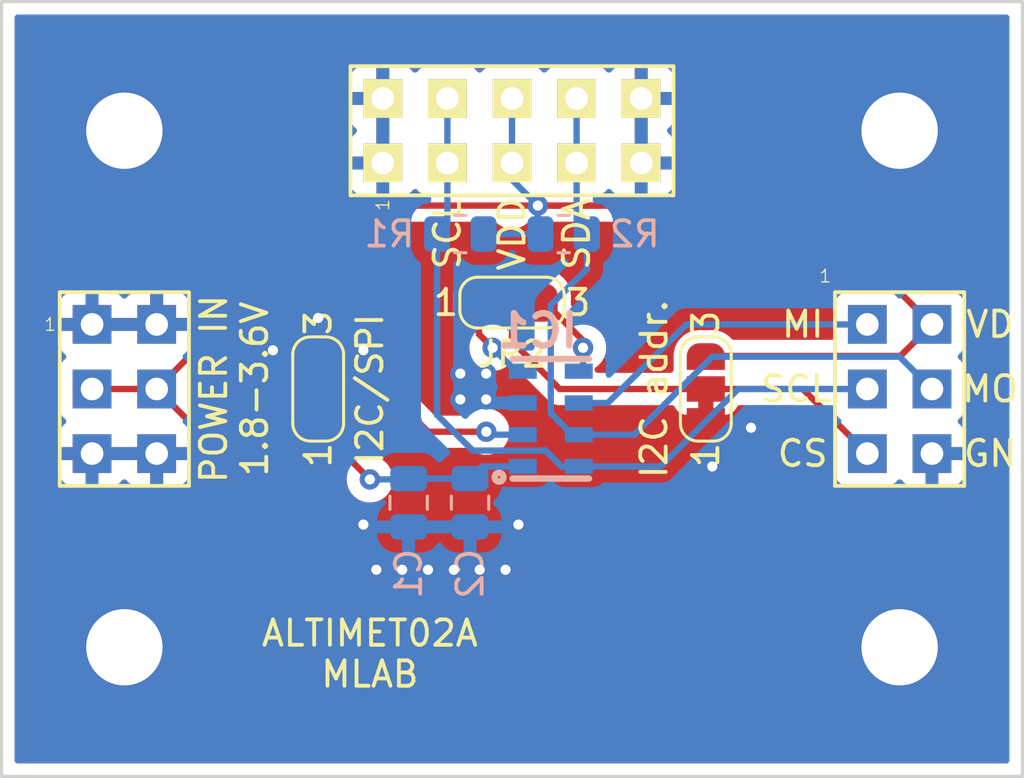
<source format=kicad_pcb>
(kicad_pcb (version 20211014) (generator pcbnew)
  (layers (0 "F.Cu" signal) (31 "B.Cu" signal) (34 "B.Paste" user) (35 "F.Paste" user) (36 "B.SilkS" user "B.Silkscreen") (37 "F.SilkS" user "F.Silkscreen") (38 "B.Mask" user) (39 "F.Mask" user) (44 "Edge.Cuts" user))
  (net 0 "")
  (net 1 "VDD")
  (net 2 "MOSI{slash}SDA")
  (net 3 "MISO")
  (net 4 "CS{slash}A")
  (net 5 "/PS")
  (net 6 "Net-(IC1-Pad4)")
  (net 7 "Net-(IC1-Pad5)")
  (net 8 "GND")
  (net 9 "SCLK")
  (footprint "Mlab_Pin_Headers:Straight_2x05" (layer "F.Cu") (at 132.08 96.52 90)
    (fp_text reference "J3" hide)
    (fp_text value "HEADER_2x05_PARALLEL" hide)
    (fp_text user "1" (at -2.921 -5.08 90) (layer "F.SilkS") (effects (font (size 0.5 0.5) (thickness 0.05))))
    (fp_line (start -2.54 6.35) (end -2.54 -6.35) (layer "F.SilkS") (width 0.15))
    (fp_line (start 2.54 6.35) (end -2.54 6.35) (layer "F.SilkS") (width 0.15))
    (fp_line (start -2.54 -6.35) (end 2.54 -6.35) (layer "F.SilkS") (width 0.15))
    (fp_line (start 2.54 -6.35) (end 2.54 6.35) (layer "F.SilkS") (width 0.15))
    (pad "1" thru_hole rect (at -1.27 -5.08 90) (size 1.524 1.524) (drill 0.889) (layers *.Cu *.Mask "F.SilkS") (net 8 "GND"))
    (pad "2" thru_hole rect (at 1.27 -5.08 90) (size 1.524 1.524) (drill 0.889) (layers *.Cu *.Mask "F.SilkS") (net 8 "GND"))
    (pad "3" thru_hole rect (at -1.27 -2.54 90) (size 1.524 1.524) (drill 0.889) (layers *.Cu *.Mask "F.SilkS") (net 9 "SCLK"))
    (pad "4" thru_hole rect (at 1.27 -2.54 90) (size 1.524 1.524) (drill 0.889) (layers *.Cu *.Mask "F.SilkS") (net 9 "SCLK"))
    (pad "5" thru_hole rect (at -1.27 0 90) (size 1.524 1.524) (drill 0.889) (layers *.Cu *.Mask "F.SilkS") (net 1 "VDD"))
    (pad "6" thru_hole rect (at 1.27 0 90) (size 1.524 1.524) (drill 0.889) (layers *.Cu *.Mask "F.SilkS") (net 1 "VDD"))
    (pad "7" thru_hole rect (at -1.27 2.54 90) (size 1.524 1.524) (drill 0.889) (layers *.Cu *.Mask "F.SilkS") (net 2 "MOSI{slash}SDA"))
    (pad "8" thru_hole rect (at 1.27 2.54 90) (size 1.524 1.524) (drill 0.889) (layers *.Cu *.Mask "F.SilkS") (net 2 "MOSI{slash}SDA"))
    (pad "9" thru_hole rect (at -1.27 5.08 90) (size 1.524 1.524) (drill 0.889) (layers *.Cu *.Mask "F.SilkS") (net 8 "GND"))
    (pad "10" thru_hole rect (at 1.27 5.08 90) (size 1.524 1.524) (drill 0.889) (layers *.Cu *.Mask "F.SilkS") (net 8 "GND"))
  )
  (footprint "Mlab_Pin_Headers:Straight_2x03" (layer "F.Cu") (at 147.32 106.68)
    (fp_text reference "J2" hide)
    (fp_text value "HEADER_2x03" hide)
    (fp_text user "1" (at -2.921 -4.442928) (layer "F.SilkS") (effects (font (size 0.5 0.5) (thickness 0.05))))
    (fp_line (start -2.54 3.81) (end -2.54 -3.81) (layer "F.SilkS") (width 0.15))
    (fp_line (start 2.54 3.81) (end -2.54 3.81) (layer "F.SilkS") (width 0.15))
    (fp_line (start -2.54 -3.81) (end 2.54 -3.81) (layer "F.SilkS") (width 0.15))
    (fp_line (start 2.54 -3.81) (end 2.54 3.81) (layer "F.SilkS") (width 0.15))
    (pad "1" thru_hole rect (at -1.27 -2.54) (size 1.524 1.524) (drill 0.889) (layers *.Cu *.Mask) (net 3 "MISO"))
    (pad "2" thru_hole rect (at 1.27 -2.54) (size 1.524 1.524) (drill 0.889) (layers *.Cu *.Mask) (net 1 "VDD"))
    (pad "3" thru_hole rect (at -1.27 0) (size 1.524 1.524) (drill 0.889) (layers *.Cu *.Mask) (net 9 "SCLK"))
    (pad "4" thru_hole rect (at 1.27 0) (size 1.524 1.524) (drill 0.889) (layers *.Cu *.Mask) (net 2 "MOSI{slash}SDA"))
    (pad "5" thru_hole rect (at -1.27 2.54) (size 1.524 1.524) (drill 0.889) (layers *.Cu *.Mask) (net 4 "CS{slash}A"))
    (pad "6" thru_hole rect (at 1.27 2.54) (size 1.524 1.524) (drill 0.889) (layers *.Cu *.Mask) (net 8 "GND"))
  )
  (footprint "Mlab_Mechanical:MountingHole_3mm" (layer "F.Cu") (at 147.32 116.84)
    (fp_text reference "H1" hide)
    (fp_text value "MountingHole_Pad" hide)
    (pad "1" thru_hole circle (at 0 0) (size 6 6) (drill 3) (layers *.Cu *.Mask) (net 8 "GND") (clearance 1))
  )
  (footprint "Mlab_Mechanical:MountingHole_3mm" (layer "F.Cu") (at 116.84 96.52)
    (fp_text reference "H4" hide)
    (fp_text value "MountingHole_Pad" hide)
    (pad "1" thru_hole circle (at 0 0) (size 6 6) (drill 3) (layers *.Cu *.Mask) (net 8 "GND") (clearance 1))
  )
  (footprint "Jumper:SolderJumper-3_P1.3mm_Bridged12_RoundedPad1.0x1.5mm_NumberLabels" (layer "F.Cu") (at 132.08 103.281)
    (fp_text reference "JP2" (at 0 2.032) (layer "F.SilkS"))
    (fp_text value "SolderJumper_3_Bridged123")
    (fp_text user "1" (at -2.6 0) (layer "F.SilkS"))
    (fp_text user "3" (at 2.6 0) (layer "F.SilkS"))
    (fp_poly (pts (xy -0.9 -0.3) (xy -0.4 -0.3) (xy -0.4 0.3) (xy -0.9 0.3)) (layer "F.Cu") (width 0) (fill solid))
    (fp_line (start 1.4 1) (end -1.4 1) (layer "F.SilkS") (width 0.12))
    (fp_line (start 2.05 -0.3) (end 2.05 0.3) (layer "F.SilkS") (width 0.12))
    (fp_line (start -2.05 0.3) (end -2.05 -0.3) (layer "F.SilkS") (width 0.12))
    (fp_line (start -1.4 -1) (end 1.4 -1) (layer "F.SilkS") (width 0.12))
    (fp_arc (start 2.05 0.3) (mid 1.844975 0.794975) (end 1.35 1) (layer "F.SilkS") (width 0.12))
    (fp_arc (start -1.35 1) (mid -1.844975 0.794975) (end -2.05 0.3) (layer "F.SilkS") (width 0.12))
    (fp_arc (start -2.05 -0.3) (mid -1.844975 -0.794975) (end -1.35 -1) (layer "F.SilkS") (width 0.12))
    (fp_arc (start 1.35 -1) (mid 1.844975 -0.794975) (end 2.05 -0.3) (layer "F.SilkS") (width 0.12))
    (pad "1" smd custom (at -1.3 0) (size 1 0.5) (layers "F.Cu" "F.Mask") (net 6 "Net-(IC1-Pad4)") (options (clearance outline) (anchor rect)) (primitives (gr_poly (pts (xy 0.55 0.75) (xy 0 0.75) (xy 0 -0.75) (xy 0.55 -0.75)) (width 0) (fill yes)) (gr_circle (center 0 0.25) (end 0.5 0.25) (width 0) (fill yes)) (gr_circle (center 0 -0.25) (end 0.5 -0.25) (width 0) (fill yes))))
    (pad "2" smd rect (at 0 0) (size 1 1.5) (layers "F.Cu" "F.Mask") (net 4 "CS{slash}A"))
    (pad "3" smd custom (at 1.3 0) (size 1 0.5) (layers "F.Cu" "F.Mask") (net 7 "Net-(IC1-Pad5)") (options (clearance outline) (anchor rect)) (primitives (gr_circle (center 0 0.25) (end 0.5 0.25) (width 0) (fill yes)) (gr_circle (center 0 -0.25) (end 0.5 -0.25) (width 0) (fill yes)) (gr_poly (pts (xy 0 0.75) (xy -0.55 0.75) (xy -0.55 -0.75) (xy 0 -0.75)) (width 0) (fill yes))))
  )
  (footprint "Jumper:SolderJumper-3_P1.3mm_Bridged12_RoundedPad1.0x1.5mm_NumberLabels" (layer "F.Cu") (at 139.7 106.68 90)
    (fp_text reference "JP3" hide)
    (fp_text value "SolderJumper_3_Bridged12")
    (fp_text user "3" (at 2.6 0 90) (layer "F.SilkS"))
    (fp_text user "1" (at -2.6 0 90) (layer "F.SilkS"))
    (fp_poly (pts (xy -0.9 -0.3) (xy -0.4 -0.3) (xy -0.4 0.3) (xy -0.9 0.3)) (layer "F.Cu") (width 0) (fill solid))
    (fp_line (start -2.05 0.3) (end -2.05 -0.3) (layer "F.SilkS") (width 0.12))
    (fp_line (start 1.4 1) (end -1.4 1) (layer "F.SilkS") (width 0.12))
    (fp_line (start -1.4 -1) (end 1.4 -1) (layer "F.SilkS") (width 0.12))
    (fp_line (start 2.05 -0.3) (end 2.05 0.3) (layer "F.SilkS") (width 0.12))
    (fp_arc (start -1.35 1) (mid -1.844975 0.794975) (end -2.05 0.3) (layer "F.SilkS") (width 0.12))
    (fp_arc (start 2.05 0.3) (mid 1.844975 0.794975) (end 1.35 1) (layer "F.SilkS") (width 0.12))
    (fp_arc (start 1.35 -1) (mid 1.844975 -0.794975) (end 2.05 -0.3) (layer "F.SilkS") (width 0.12))
    (fp_arc (start -2.05 -0.3) (mid -1.844975 -0.794975) (end -1.35 -1) (layer "F.SilkS") (width 0.12))
    (pad "1" smd custom (at -1.3 0 90) (size 1 0.5) (layers "F.Cu" "F.Mask") (net 8 "GND") (options (clearance outline) (anchor rect)) (primitives (gr_poly (pts (xy 0.55 0.75) (xy 0 0.75) (xy 0 -0.75) (xy 0.55 -0.75)) (width 0) (fill yes)) (gr_circle (center 0 0.25) (end 0.5 0.25) (width 0) (fill yes)) (gr_circle (center 0 -0.25) (end 0.5 -0.25) (width 0) (fill yes))))
    (pad "2" smd rect (at 0 0 90) (size 1 1.5) (layers "F.Cu" "F.Mask") (net 4 "CS{slash}A"))
    (pad "3" smd custom (at 1.3 0 90) (size 1 0.5) (layers "F.Cu" "F.Mask") (net 1 "VDD") (options (clearance outline) (anchor rect)) (primitives (gr_circle (center 0 0.25) (end 0.5 0.25) (width 0) (fill yes)) (gr_circle (center 0 -0.25) (end 0.5 -0.25) (width 0) (fill yes)) (gr_poly (pts (xy 0 0.75) (xy -0.55 0.75) (xy -0.55 -0.75) (xy 0 -0.75)) (width 0) (fill yes))))
  )
  (footprint "Mlab_Mechanical:MountingHole_3mm" (layer "F.Cu") (at 147.32 96.52)
    (fp_text reference "H3" hide)
    (fp_text value "MountingHole_Pad" hide)
    (pad "1" thru_hole circle (at 0 0) (size 6 6) (drill 3) (layers *.Cu *.Mask) (net 8 "GND") (clearance 1))
  )
  (footprint "Jumper:SolderJumper-3_P1.3mm_Bridged12_RoundedPad1.0x1.5mm_NumberLabels" (layer "F.Cu") (at 124.46 106.68 90)
    (fp_text reference "JP1" hide)
    (fp_text value "SolderJumper_3_Bridged12")
    (fp_text user "1" (at -2.6 0 90) (layer "F.SilkS"))
    (fp_text user "3" (at 2.6 0 90) (layer "F.SilkS"))
    (fp_poly (pts (xy -0.9 -0.3) (xy -0.4 -0.3) (xy -0.4 0.3) (xy -0.9 0.3)) (layer "F.Cu") (width 0) (fill solid))
    (fp_line (start -2.05 0.3) (end -2.05 -0.3) (layer "F.SilkS") (width 0.12))
    (fp_line (start 1.4 1) (end -1.4 1) (layer "F.SilkS") (width 0.12))
    (fp_line (start 2.05 -0.3) (end 2.05 0.3) (layer "F.SilkS") (width 0.12))
    (fp_line (start -1.4 -1) (end 1.4 -1) (layer "F.SilkS") (width 0.12))
    (fp_arc (start -2.05 -0.3) (mid -1.844975 -0.794975) (end -1.35 -1) (layer "F.SilkS") (width 0.12))
    (fp_arc (start 2.05 0.3) (mid 1.844975 0.794975) (end 1.35 1) (layer "F.SilkS") (width 0.12))
    (fp_arc (start 1.35 -1) (mid 1.844975 -0.794975) (end 2.05 -0.3) (layer "F.SilkS") (width 0.12))
    (fp_arc (start -1.35 1) (mid -1.844975 0.794975) (end -2.05 0.3) (layer "F.SilkS") (width 0.12))
    (pad "1" smd custom (at -1.3 0 90) (size 1 0.5) (layers "F.Cu" "F.Mask") (net 1 "VDD") (options (clearance outline) (anchor rect)) (primitives (gr_poly (pts (xy 0.55 0.75) (xy 0 0.75) (xy 0 -0.75) (xy 0.55 -0.75)) (width 0) (fill yes)) (gr_circle (center 0 0.25) (end 0.5 0.25) (width 0) (fill yes)) (gr_circle (center 0 -0.25) (end 0.5 -0.25) (width 0) (fill yes))))
    (pad "2" smd rect (at 0 0 90) (size 1 1.5) (layers "F.Cu" "F.Mask") (net 5 "/PS"))
    (pad "3" smd custom (at 1.3 0 90) (size 1 0.5) (layers "F.Cu" "F.Mask") (net 8 "GND") (options (clearance outline) (anchor rect)) (primitives (gr_circle (center 0 0.25) (end 0.5 0.25) (width 0) (fill yes)) (gr_circle (center 0 -0.25) (end 0.5 -0.25) (width 0) (fill yes)) (gr_poly (pts (xy 0 0.75) (xy -0.55 0.75) (xy -0.55 -0.75) (xy 0 -0.75)) (width 0) (fill yes))))
  )
  (footprint "Mlab_Pin_Headers:Straight_2x03" (layer "F.Cu") (at 116.84 106.68)
    (fp_text reference "J1" hide)
    (fp_text value "HEADER_2x03_PARALLEL" hide)
    (fp_text user "1" (at -2.921 -2.54) (layer "F.SilkS") (effects (font (size 0.5 0.5) (thickness 0.05))))
    (fp_line (start -2.54 3.81) (end -2.54 -3.81) (layer "F.SilkS") (width 0.15))
    (fp_line (start -2.54 -3.81) (end 2.54 -3.81) (layer "F.SilkS") (width 0.15))
    (fp_line (start 2.54 3.81) (end -2.54 3.81) (layer "F.SilkS") (width 0.15))
    (fp_line (start 2.54 -3.81) (end 2.54 3.81) (layer "F.SilkS") (width 0.15))
    (pad "1" thru_hole rect (at -1.27 -2.54) (size 1.524 1.524) (drill 0.889) (layers *.Cu *.Mask) (net 8 "GND"))
    (pad "2" thru_hole rect (at 1.27 -2.54) (size 1.524 1.524) (drill 0.889) (layers *.Cu *.Mask) (net 8 "GND"))
    (pad "3" thru_hole rect (at -1.27 0) (size 1.524 1.524) (drill 0.889) (layers *.Cu *.Mask) (net 1 "VDD"))
    (pad "4" thru_hole rect (at 1.27 0) (size 1.524 1.524) (drill 0.889) (layers *.Cu *.Mask) (net 1 "VDD"))
    (pad "5" thru_hole rect (at -1.27 2.54) (size 1.524 1.524) (drill 0.889) (layers *.Cu *.Mask) (net 8 "GND"))
    (pad "6" thru_hole rect (at 1.27 2.54) (size 1.524 1.524) (drill 0.889) (layers *.Cu *.Mask) (net 8 "GND"))
  )
  (footprint "Mlab_Mechanical:MountingHole_3mm" (layer "F.Cu") (at 116.84 116.84)
    (fp_text reference "H2" hide)
    (fp_text value "MountingHole_Pad" hide)
    (pad "1" thru_hole circle (at 0 0) (size 6 6) (drill 3) (layers *.Cu *.Mask) (net 8 "GND") (clearance 1))
  )
  (footprint "Resistor_SMD:R_0805_2012Metric" (layer "B.Cu") (at 130.048 100.584 180)
    (fp_text reference "R1" (at 2.794 0) (layer "B.SilkS") (effects (justify mirror)))
    (fp_text value "10k")
    (fp_line (start -0.227064 0.735) (end 0.227064 0.735) (layer "B.SilkS") (width 0.12))
    (fp_line (start -0.227064 -0.735) (end 0.227064 -0.735) (layer "B.SilkS") (width 0.12))
    (pad "1" smd roundrect (at -0.9125 0 180) (size 1.025 1.4) (layers "B.Cu" "B.Paste" "B.Mask") (roundrect_rratio 0.243902) (net 1 "VDD"))
    (pad "2" smd roundrect (at 0.9125 0 180) (size 1.025 1.4) (layers "B.Cu" "B.Paste" "B.Mask") (roundrect_rratio 0.243902) (net 9 "SCLK"))
  )
  (footprint "Capacitor_SMD:C_0805_2012Metric" (layer "B.Cu") (at 130.431072 111.155 -90)
    (fp_text reference "C2" (at 2.794 0 90) (layer "B.SilkS") (effects (justify mirror)))
    (fp_text value "100nF")
    (fp_line (start -0.261252 0.735) (end 0.261252 0.735) (layer "B.SilkS") (width 0.12))
    (fp_line (start -0.261252 -0.735) (end 0.261252 -0.735) (layer "B.SilkS") (width 0.12))
    (pad "1" smd roundrect (at -0.95 0 270) (size 1 1.45) (layers "B.Cu" "B.Paste" "B.Mask") (net 1 "VDD"))
    (pad "2" smd roundrect (at 0.95 0 270) (size 1 1.45) (layers "B.Cu" "B.Paste" "B.Mask") (net 8 "GND"))
  )
  (footprint "KiCad:MS561101BA03-50" (layer "B.Cu") (at 133.604 107.853)
    (fp_text reference "IC1" (at -0.508 -3.459) (layer "B.SilkS") (effects (font (size 1.27 1.27) (thickness 0.254)) (justify mirror)))
    (fp_text value "MS561101BA03-50" hide)
    (fp_line (start -1.5 2.35) (end 1.5 2.35) (layer "B.SilkS") (width 0.254))
    (fp_line (start -1.5 -2.35) (end 1.5 -2.35) (layer "B.SilkS") (width 0.254))
    (fp_circle (center -2.032 2.297) (end -2.032 2.252) (layer "B.SilkS") (width 0.254) (fill none))
    (pad "1" smd rect locked (at -1.1 1.875 270) (size 0.6 1.1) (layers "B.Cu" "B.Paste" "B.Mask") (net 1 "VDD"))
    (pad "2" smd rect locked (at -1.1 0.625 270) (size 0.6 1.1) (layers "B.Cu" "B.Paste" "B.Mask") (net 5 "/PS"))
    (pad "3" smd rect locked (at -1.1 -0.625 270) (size 0.6 1.1) (layers "B.Cu" "B.Paste" "B.Mask") (net 8 "GND"))
    (pad "4" smd rect locked (at -1.1 -1.875 270) (size 0.6 1.1) (layers "B.Cu" "B.Paste" "B.Mask") (net 6 "Net-(IC1-Pad4)"))
    (pad "5" smd rect locked (at 1.1 -1.875 270) (size 0.6 1.1) (layers "B.Cu" "B.Paste" "B.Mask") (net 7 "Net-(IC1-Pad5)"))
    (pad "6" smd rect locked (at 1.1 -0.625 270) (size 0.6 1.1) (layers "B.Cu" "B.Paste" "B.Mask") (net 3 "MISO"))
    (pad "7" smd rect locked (at 1.1 0.625 270) (size 0.6 1.1) (layers "B.Cu" "B.Paste" "B.Mask") (net 2 "MOSI{slash}SDA"))
    (pad "8" smd rect locked (at 1.1 1.875 270) (size 0.6 1.1) (layers "B.Cu" "B.Paste" "B.Mask") (net 9 "SCLK"))
  )
  (footprint "Resistor_SMD:R_0805_2012Metric" (layer "B.Cu") (at 134.112 100.584)
    (fp_text reference "R2" (at 2.794 0) (layer "B.SilkS") (effects (justify mirror)))
    (fp_text value "10k")
    (fp_line (start -0.227064 -0.735) (end 0.227064 -0.735) (layer "B.SilkS") (width 0.12))
    (fp_line (start -0.227064 0.735) (end 0.227064 0.735) (layer "B.SilkS") (width 0.12))
    (pad "1" smd roundrect (at -0.9125 0) (size 1.025 1.4) (layers "B.Cu" "B.Paste" "B.Mask") (roundrect_rratio 0.243902) (net 1 "VDD"))
    (pad "2" smd roundrect (at 0.9125 0) (size 1.025 1.4) (layers "B.Cu" "B.Paste" "B.Mask") (roundrect_rratio 0.243902) (net 2 "MOSI{slash}SDA"))
  )
  (footprint "Capacitor_SMD:C_0805_2012Metric" (layer "B.Cu") (at 128.016 111.155 -90)
    (fp_text reference "C1" (at 2.794 0 90) (layer "B.SilkS") (effects (justify mirror)))
    (fp_text value "10uF")
    (fp_line (start -0.261252 0.735) (end 0.261252 0.735) (layer "B.SilkS") (width 0.12))
    (fp_line (start -0.261252 -0.735) (end 0.261252 -0.735) (layer "B.SilkS") (width 0.12))
    (pad "1" smd roundrect (at -0.95 0 270) (size 1 1.45) (layers "B.Cu" "B.Paste" "B.Mask") (net 1 "VDD"))
    (pad "2" smd roundrect (at 0.95 0 270) (size 1 1.45) (layers "B.Cu" "B.Paste" "B.Mask") (net 8 "GND"))
  )
  (gr_line (start 152.146 121.92) (end 112.014 121.92) (layer "Edge.Cuts") (width 0.127))
  (gr_line (start 152.146 121.92) (end 152.146 91.44) (layer "Edge.Cuts") (width 0.127))
  (gr_line (start 112.014 91.44) (end 152.146 91.44) (layer "Edge.Cuts") (width 0.127))
  (gr_line (start 112.014 91.44) (end 112.014 121.92) (layer "Edge.Cuts") (width 0.127))
  (gr_text "GN" (at 150.876 109.22) (layer "F.SilkS") (effects (font (size 1 1))))
  (gr_text "MO" (at 150.876 106.68) (layer "F.SilkS") (effects (font (size 1 1))))
  (gr_text "SDA" (at 134.62 100.584 90) (layer "F.SilkS") (effects (font (size 1 1))))
  (gr_text "CS" (at 143.51 109.22) (layer "F.SilkS") (effects (font (size 1 1))))
  (gr_text "SCL" (at 129.54 100.584 90) (layer "F.SilkS") (effects (font (size 1 1))))
  (gr_text "VDD" (at 132.08 100.584 90) (layer "F.SilkS") (effects (font (size 1 1))))
  (gr_text "POWER IN\n1.8-3.6V" (at 121.158 106.68 90) (layer "F.SilkS") (effects (font (size 1 1))))
  (gr_text "I2C addr." (at 137.668 106.68 90) (layer "F.SilkS") (effects (font (size 1 1))))
  (gr_text "SCL" (at 143.256 106.68) (layer "F.SilkS") (effects (font (size 1 1))))
  (gr_text "ALTIMET02A\nMLAB" (at 126.492 117.094) (layer "F.SilkS") (effects (font (size 1 1))))
  (gr_text "VD" (at 150.876 104.14) (layer "F.SilkS") (effects (font (size 1 1))))
  (gr_text "MI" (at 143.51 104.14) (layer "F.SilkS") (effects (font (size 1 1))))
  (gr_text "I2C/SPI" (at 126.492 106.68 90) (layer "F.SilkS") (effects (font (size 1 1))))
  (segment (start 139.7 105.38) (end 147.35 105.38) (width 0.25) (layer "F.Cu") (net 1))
  (segment (start 118.11 106.68) (end 115.57 106.68) (width 0.25) (layer "F.Cu") (net 1))
  (segment (start 124.46 107.98) (end 119.41 107.98) (width 0.25) (layer "F.Cu") (net 1))
  (segment (start 124.46 107.98) (end 124.46 108.204) (width 0.25) (layer "F.Cu") (net 1))
  (segment (start 124.46 108.204) (end 126.492 110.236) (width 0.25) (layer "F.Cu") (net 1))
  (segment (start 125.3255 99.4645) (end 118.11 106.68) (width 0.25) (layer "F.Cu") (net 1))
  (segment (start 119.41 107.98) (end 118.11 106.68) (width 0.25) (layer "F.Cu") (net 1))
  (segment (start 133.096 99.4645) (end 125.3255 99.4645) (width 0.25) (layer "F.Cu") (net 1))
  (segment (start 124.46 107.98) (end 124.744 107.98) (width 0.25) (layer "F.Cu") (net 1))
  (segment (start 147.35 105.38) (end 148.59 104.14) (width 0.25) (layer "F.Cu") (net 1))
  (segment (start 143.9145 99.4645) (end 148.59 104.14) (width 0.25) (layer "F.Cu") (net 1))
  (segment (start 133.096 99.4645) (end 143.9145 99.4645) (width 0.25) (layer "F.Cu") (net 1))
  (segment (start 135.5625 99.4645) (end 133.096 99.4645) (width 0.25) (layer "F.Cu") (net 1))
  (via (at 126.492 110.236) (size 0.8) (drill 0.4) (layers "F.Cu" "B.Cu") (net 1))
  (via (at 133.096 99.4645) (size 0.8) (drill 0.4) (layers "F.Cu" "B.Cu") (net 1))
  (segment (start 126.492 110.236) (end 127.985 110.236) (width 0.25) (layer "B.Cu") (net 1))
  (segment (start 130.908072 109.728) (end 130.431072 110.205) (width 0.25) (layer "B.Cu") (net 1))
  (segment (start 133.096 100.4805) (end 133.096 99.4645) (width 0.25) (layer "B.Cu") (net 1))
  (segment (start 127.985 110.236) (end 128.016 110.205) (width 0.25) (layer "B.Cu") (net 1))
  (segment (start 130.9605 100.584) (end 133.1995 100.584) (width 0.25) (layer "B.Cu") (net 1))
  (segment (start 132.08 98.4485) (end 132.08 97.79) (width 0.25) (layer "B.Cu") (net 1))
  (segment (start 127.95 110.139) (end 128.016 110.205) (width 0.25) (layer "B.Cu") (net 1))
  (segment (start 133.096 99.4645) (end 132.08 98.4485) (width 0.25) (layer "B.Cu") (net 1))
  (segment (start 132.08 95.25) (end 132.08 97.79) (width 0.25) (layer "B.Cu") (net 1))
  (segment (start 132.504 109.728) (end 130.908072 109.728) (width 0.25) (layer "B.Cu") (net 1))
  (segment (start 128.016 110.205) (end 130.431072 110.205) (width 0.25) (layer "B.Cu") (net 1))
  (segment (start 133.1995 100.584) (end 133.096 100.4805) (width 0.25) (layer "B.Cu") (net 1))
  (segment (start 147.32 105.41) (end 148.59 106.68) (width 0.25) (layer "B.Cu") (net 2))
  (segment (start 135.0245 101.9575) (end 135.0245 100.584) (width 0.25) (layer "B.Cu") (net 2))
  (segment (start 134.704 108.478) (end 136.886 108.478) (width 0.25) (layer "B.Cu") (net 2))
  (segment (start 133.604 107.628) (end 133.604 103.378) (width 0.25) (layer "B.Cu") (net 2))
  (segment (start 134.62 97.79) (end 134.62 95.25) (width 0.25) (layer "B.Cu") (net 2))
  (segment (start 134.454 108.478) (end 133.604 107.628) (width 0.25) (layer "B.Cu") (net 2))
  (segment (start 133.604 103.378) (end 135.0245 101.9575) (width 0.25) (layer "B.Cu") (net 2))
  (segment (start 134.62 100.1795) (end 135.0245 100.584) (width 0.25) (layer "B.Cu") (net 2))
  (segment (start 136.886 108.478) (end 139.954 105.41) (width 0.25) (layer "B.Cu") (net 2))
  (segment (start 134.704 108.478) (end 134.454 108.478) (width 0.25) (layer "B.Cu") (net 2))
  (segment (start 139.954 105.41) (end 147.32 105.41) (width 0.25) (layer "B.Cu") (net 2))
  (segment (start 134.62 97.79) (end 134.62 100.1795) (width 0.25) (layer "B.Cu") (net 2))
  (segment (start 135.85 107.228) (end 138.938 104.14) (width 0.25) (layer "B.Cu") (net 3))
  (segment (start 134.704 107.228) (end 135.85 107.228) (width 0.25) (layer "B.Cu") (net 3))
  (segment (start 138.938 104.14) (end 146.05 104.14) (width 0.25) (layer "B.Cu") (net 3))
  (segment (start 141.478 106.68) (end 133.955 106.68) (width 0.25) (layer "F.Cu") (net 4))
  (segment (start 143.51 106.68) (end 146.05 109.22) (width 0.25) (layer "F.Cu") (net 4))
  (segment (start 133.955 106.68) (end 132.08 104.805) (width 0.25) (layer "F.Cu") (net 4))
  (segment (start 141.478 106.68) (end 143.51 106.68) (width 0.25) (layer "F.Cu") (net 4))
  (segment (start 132.08 104.805) (end 132.08 103.281) (width 0.25) (layer "F.Cu") (net 4))
  (segment (start 124.46 106.68) (end 127.097 106.68) (width 0.25) (layer "F.Cu") (net 5))
  (segment (start 127.097 106.68) (end 128.778 108.361) (width 0.25) (layer "F.Cu") (net 5))
  (segment (start 128.778 108.361) (end 131.068299 108.361) (width 0.25) (layer "F.Cu") (net 5))
  (via (at 131.068299 108.361) (size 0.8) (drill 0.4) (layers "F.Cu" "B.Cu") (net 5))
  (segment (start 131.185299 108.478) (end 132.504 108.478) (width 0.25) (layer "B.Cu") (net 5))
  (segment (start 131.068299 108.361) (end 131.185299 108.478) (width 0.25) (layer "B.Cu") (net 5))
  (segment (start 130.78 104.521) (end 130.78 103.281) (width 0.25) (layer "F.Cu") (net 6))
  (segment (start 131.318 105.059) (end 130.78 104.521) (width 0.25) (layer "F.Cu") (net 6))
  (via (at 131.318 105.059) (size 0.8) (drill 0.4) (layers "F.Cu" "B.Cu") (net 6))
  (segment (start 132.504 105.978) (end 132.237 105.978) (width 0.25) (layer "B.Cu") (net 6))
  (segment (start 132.237 105.978) (end 131.318 105.059) (width 0.25) (layer "B.Cu") (net 6))
  (segment (start 134.874 105.059) (end 134.874 104.775) (width 0.25) (layer "F.Cu") (net 7))
  (segment (start 134.874 104.775) (end 133.38 103.281) (width 0.25) (layer "F.Cu") (net 7))
  (segment (start 134.904 105.029) (end 134.874 105.059) (width 0.25) (layer "F.Cu") (net 7))
  (via (at 134.874 105.059) (size 0.8) (drill 0.4) (layers "F.Cu" "B.Cu") (net 7))
  (segment (start 134.874 105.059) (end 134.874 105.808) (width 0.25) (layer "B.Cu") (net 7))
  (segment (start 134.904 105.935) (end 134.704 106.135) (width 0.25) (layer "B.Cu") (net 7))
  (segment (start 134.874 105.808) (end 134.704 105.978) (width 0.25) (layer "B.Cu") (net 7))
  (via (at 130.048 106.075) (size 0.8) (drill 0.4) (layers "F.Cu" "B.Cu") (net 8))
  (via (at 122.682 105.156) (size 0.8) (drill 0.4) (layers "F.Cu" "B.Cu") (net 8))
  (via (at 124.46 103.886) (size 0.8) (drill 0.4) (layers "F.Cu" "B.Cu") (net 8))
  (via (at 126.746 113.792) (size 0.8) (drill 0.4) (layers "F.Cu" "B.Cu") (net 8))
  (via (at 128.778 113.792) (size 0.8) (drill 0.4) (layers "F.Cu" "B.Cu") (net 8))
  (via (at 127.762 113.792) (size 0.8) (drill 0.4) (layers "F.Cu" "B.Cu") (net 8))
  (via (at 129.794 113.792) (size 0.8) (drill 0.4) (layers "F.Cu" "B.Cu") (net 8))
  (via (at 131.064 107.091) (size 0.8) (drill 0.4) (layers "F.Cu" "B.Cu") (net 8))
  (via (at 130.81 113.792) (size 0.8) (drill 0.4) (layers "F.Cu" "B.Cu") (net 8))
  (via (at 126.238 112.014) (size 0.8) (drill 0.4) (layers "F.Cu" "B.Cu") (net 8))
  (via (at 132.334 112.014) (size 0.8) (drill 0.4) (layers "F.Cu" "B.Cu") (net 8))
  (via (at 131.826 113.792) (size 0.8) (drill 0.4) (layers "F.Cu" "B.Cu") (net 8))
  (via (at 131.064 106.075) (size 0.8) (drill 0.4) (layers "F.Cu" "B.Cu") (net 8))
  (via (at 126.238 105.156) (size 0.8) (drill 0.4) (layers "F.Cu" "B.Cu") (net 8))
  (via (at 141.478 108.204) (size 0.8) (drill 0.4) (layers "F.Cu" "B.Cu") (net 8))
  (via (at 139.954 109.728) (size 0.8) (drill 0.4) (layers "F.Cu" "B.Cu") (net 8))
  (via (at 130.048 107.091) (size 0.8) (drill 0.4) (layers "F.Cu" "B.Cu") (net 8))
  (segment (start 129.54 97.79) (end 129.54 95.25) (width 0.25) (layer "B.Cu") (net 9))
  (segment (start 130.536 109.103) (end 133.402 109.103) (width 0.25) (layer "B.Cu") (net 9))
  (segment (start 134.704 109.728) (end 134.454 109.728) (width 0.25) (layer "B.Cu") (net 9))
  (segment (start 137.922 109.728) (end 140.97 106.68) (width 0.25) (layer "B.Cu") (net 9))
  (segment (start 129.1355 100.584) (end 129.54 100.1795) (width 0.25) (layer "B.Cu") (net 9))
  (segment (start 134.027 109.728) (end 134.704 109.728) (width 0.25) (layer "B.Cu") (net 9))
  (segment (start 134.704 109.728) (end 137.922 109.728) (width 0.25) (layer "B.Cu") (net 9))
  (segment (start 133.402 109.103) (end 134.027 109.728) (width 0.25) (layer "B.Cu") (net 9))
  (segment (start 140.97 106.68) (end 146.05 106.68) (width 0.25) (layer "B.Cu") (net 9))
  (segment (start 129.1355 100.584) (end 129.1355 107.7025) (width 0.25) (layer "B.Cu") (net 9))
  (segment (start 129.1355 107.7025) (end 130.536 109.103) (width 0.25) (layer "B.Cu") (net 9))
  (segment (start 129.54 100.1795) (end 129.54 97.79) (width 0.25) (layer "B.Cu") (net 9))
  (zone (net 8) (net_name "GND") (layer "F.Cu") (connect_pads (clearance 0.508)) (min_thickness 0.254) (fill yes (thermal_gap 0.508) (thermal_bridge_width 0.508))
    (polygon (pts (xy 151.638 121.412) (xy 112.522 121.412) (xy 112.522 91.948) (xy 151.638 91.948)))
  )
  (zone (net 8) (net_name "GND") (layer "B.Cu") (connect_pads (clearance 0.508)) (min_thickness 0.254) (fill yes (thermal_gap 0.508) (thermal_bridge_width 0.508))
    (polygon (pts (xy 151.638 121.412) (xy 112.522 121.412) (xy 112.522 91.948) (xy 151.638 91.948)))
  )
)
</source>
